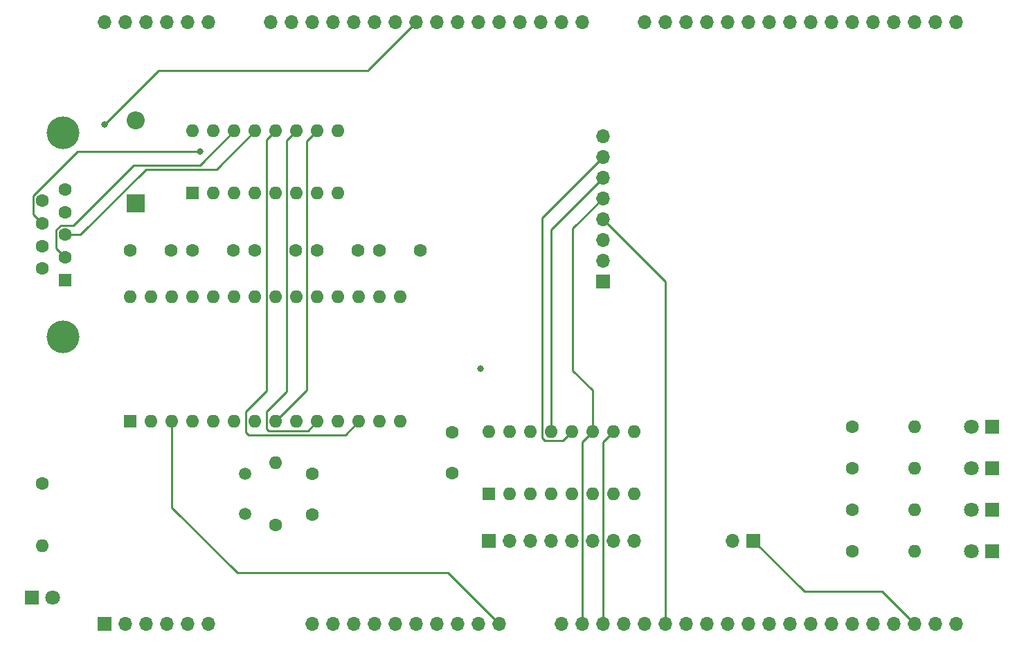
<source format=gbl>
G04 #@! TF.GenerationSoftware,KiCad,Pcbnew,7.0.8-7.0.8~ubuntu22.04.1*
G04 #@! TF.CreationDate,2023-11-11T15:49:16+10:00*
G04 #@! TF.ProjectId,IoBoard,496f426f-6172-4642-9e6b-696361645f70,rev?*
G04 #@! TF.SameCoordinates,Original*
G04 #@! TF.FileFunction,Copper,L4,Bot*
G04 #@! TF.FilePolarity,Positive*
%FSLAX46Y46*%
G04 Gerber Fmt 4.6, Leading zero omitted, Abs format (unit mm)*
G04 Created by KiCad (PCBNEW 7.0.8-7.0.8~ubuntu22.04.1) date 2023-11-11 15:49:16*
%MOMM*%
%LPD*%
G01*
G04 APERTURE LIST*
G04 #@! TA.AperFunction,ComponentPad*
%ADD10C,1.600000*%
G04 #@! TD*
G04 #@! TA.AperFunction,ComponentPad*
%ADD11R,1.700000X1.700000*%
G04 #@! TD*
G04 #@! TA.AperFunction,ComponentPad*
%ADD12O,1.700000X1.700000*%
G04 #@! TD*
G04 #@! TA.AperFunction,ComponentPad*
%ADD13C,1.500000*%
G04 #@! TD*
G04 #@! TA.AperFunction,ComponentPad*
%ADD14O,1.600000X1.600000*%
G04 #@! TD*
G04 #@! TA.AperFunction,ComponentPad*
%ADD15R,1.800000X1.800000*%
G04 #@! TD*
G04 #@! TA.AperFunction,ComponentPad*
%ADD16C,1.800000*%
G04 #@! TD*
G04 #@! TA.AperFunction,ComponentPad*
%ADD17R,2.200000X2.200000*%
G04 #@! TD*
G04 #@! TA.AperFunction,ComponentPad*
%ADD18O,2.200000X2.200000*%
G04 #@! TD*
G04 #@! TA.AperFunction,ComponentPad*
%ADD19R,1.600000X1.600000*%
G04 #@! TD*
G04 #@! TA.AperFunction,ComponentPad*
%ADD20C,4.000000*%
G04 #@! TD*
G04 #@! TA.AperFunction,ViaPad*
%ADD21C,0.800000*%
G04 #@! TD*
G04 #@! TA.AperFunction,Conductor*
%ADD22C,0.250000*%
G04 #@! TD*
G04 APERTURE END LIST*
D10*
X125015000Y-53975000D03*
X120015000Y-53975000D03*
D11*
X133350000Y-89535000D03*
D12*
X135890000Y-89535000D03*
X138430000Y-89535000D03*
X140970000Y-89535000D03*
X143510000Y-89535000D03*
X146050000Y-89535000D03*
X148590000Y-89535000D03*
X151130000Y-89535000D03*
D13*
X103535000Y-81370000D03*
X103535000Y-86270000D03*
D10*
X177800000Y-75565000D03*
D14*
X185420000Y-75565000D03*
D10*
X107315000Y-87630000D03*
D14*
X107315000Y-80010000D03*
D15*
X194945000Y-85725000D03*
D16*
X192405000Y-85725000D03*
D10*
X94535000Y-53975000D03*
X89535000Y-53975000D03*
X177800000Y-85725000D03*
D14*
X185420000Y-85725000D03*
D15*
X194945000Y-75565000D03*
D16*
X192405000Y-75565000D03*
D10*
X128905000Y-76240000D03*
X128905000Y-81240000D03*
X177800000Y-90805000D03*
D14*
X185420000Y-90805000D03*
D15*
X77470000Y-96520000D03*
D16*
X80010000Y-96520000D03*
D17*
X90170000Y-48260000D03*
D18*
X90170000Y-38100000D03*
D11*
X147320000Y-57785000D03*
D12*
X147320000Y-55245000D03*
X147320000Y-52705000D03*
X147320000Y-50165000D03*
X147320000Y-47625000D03*
X147320000Y-45085000D03*
X147320000Y-42545000D03*
X147320000Y-40005000D03*
D10*
X78740000Y-82550000D03*
D14*
X78740000Y-90170000D03*
D10*
X112395000Y-53975000D03*
X117395000Y-53975000D03*
D19*
X97155000Y-46990000D03*
D14*
X99695000Y-46990000D03*
X102235000Y-46990000D03*
X104775000Y-46990000D03*
X107315000Y-46990000D03*
X109855000Y-46990000D03*
X112395000Y-46990000D03*
X114935000Y-46990000D03*
X114935000Y-39370000D03*
X112395000Y-39370000D03*
X109855000Y-39370000D03*
X107315000Y-39370000D03*
X104775000Y-39370000D03*
X102235000Y-39370000D03*
X99695000Y-39370000D03*
X97155000Y-39370000D03*
D19*
X89545000Y-74935000D03*
D14*
X92085000Y-74935000D03*
X94625000Y-74935000D03*
X97165000Y-74935000D03*
X99705000Y-74935000D03*
X102245000Y-74935000D03*
X104785000Y-74935000D03*
X107325000Y-74935000D03*
X109865000Y-74935000D03*
X112405000Y-74935000D03*
X114945000Y-74935000D03*
X117485000Y-74935000D03*
X120025000Y-74935000D03*
X122565000Y-74935000D03*
X122565000Y-59695000D03*
X120025000Y-59695000D03*
X117485000Y-59695000D03*
X114945000Y-59695000D03*
X112405000Y-59695000D03*
X109865000Y-59695000D03*
X107325000Y-59695000D03*
X104785000Y-59695000D03*
X102245000Y-59695000D03*
X99705000Y-59695000D03*
X97165000Y-59695000D03*
X94625000Y-59695000D03*
X92085000Y-59695000D03*
X89545000Y-59695000D03*
D20*
X81280000Y-39580000D03*
X81280000Y-64580000D03*
D19*
X81580000Y-57620000D03*
D10*
X81580000Y-54850000D03*
X81580000Y-52080000D03*
X81580000Y-49310000D03*
X81580000Y-46540000D03*
X78740000Y-56235000D03*
X78740000Y-53465000D03*
X78740000Y-50695000D03*
X78740000Y-47925000D03*
X111760000Y-86360000D03*
X111760000Y-81360000D03*
X177800000Y-80645000D03*
D14*
X185420000Y-80645000D03*
D10*
X104775000Y-53975000D03*
X109775000Y-53975000D03*
D15*
X194945000Y-90805000D03*
D16*
X192405000Y-90805000D03*
D11*
X86360000Y-99695000D03*
D12*
X88900000Y-99695000D03*
X91440000Y-99695000D03*
X93980000Y-99695000D03*
X96520000Y-99695000D03*
X99060000Y-99695000D03*
X111760000Y-99695000D03*
X114300000Y-99695000D03*
X116840000Y-99695000D03*
X119380000Y-99695000D03*
X121920000Y-99695000D03*
X124460000Y-99695000D03*
X127000000Y-99695000D03*
X129540000Y-99695000D03*
X132080000Y-99695000D03*
X134620000Y-99695000D03*
X142240000Y-99695000D03*
X144780000Y-99695000D03*
X147320000Y-99695000D03*
X149860000Y-99695000D03*
X152400000Y-99695000D03*
X154940000Y-99695000D03*
X157480000Y-99695000D03*
X160020000Y-99695000D03*
X162560000Y-99695000D03*
X165100000Y-99695000D03*
X167640000Y-99695000D03*
X170180000Y-99695000D03*
X172720000Y-99695000D03*
X175260000Y-99695000D03*
X177800000Y-99695000D03*
X180340000Y-99695000D03*
X182880000Y-99695000D03*
X185420000Y-99695000D03*
X187960000Y-99695000D03*
X190500000Y-99695000D03*
X190500000Y-26035000D03*
X187960000Y-26035000D03*
X185420000Y-26035000D03*
X182880000Y-26035000D03*
X180340000Y-26035000D03*
X177800000Y-26035000D03*
X175260000Y-26035000D03*
X172720000Y-26035000D03*
X170180000Y-26035000D03*
X167640000Y-26035000D03*
X165100000Y-26035000D03*
X162560000Y-26035000D03*
X160020000Y-26035000D03*
X157480000Y-26035000D03*
X154940000Y-26035000D03*
X152400000Y-26035000D03*
X144780000Y-26035000D03*
X142240000Y-26035000D03*
X139700000Y-26035000D03*
X137160000Y-26035000D03*
X134620000Y-26035000D03*
X132080000Y-26035000D03*
X129540000Y-26035000D03*
X127000000Y-26035000D03*
X124460000Y-26035000D03*
X121920000Y-26035000D03*
X119380000Y-26035000D03*
X116840000Y-26035000D03*
X114300000Y-26035000D03*
X111760000Y-26035000D03*
X109220000Y-26035000D03*
X106680000Y-26035000D03*
X99060000Y-26035000D03*
X96520000Y-26035000D03*
X93980000Y-26035000D03*
X91440000Y-26035000D03*
X88900000Y-26035000D03*
X86360000Y-26035000D03*
D15*
X194945000Y-80645000D03*
D16*
X192405000Y-80645000D03*
D11*
X165735000Y-89535000D03*
D12*
X163195000Y-89535000D03*
D19*
X133350000Y-83820000D03*
D14*
X135890000Y-83820000D03*
X138430000Y-83820000D03*
X140970000Y-83820000D03*
X143510000Y-83820000D03*
X146050000Y-83820000D03*
X148590000Y-83820000D03*
X151130000Y-83820000D03*
X151130000Y-76200000D03*
X148590000Y-76200000D03*
X146050000Y-76200000D03*
X143510000Y-76200000D03*
X140970000Y-76200000D03*
X138430000Y-76200000D03*
X135890000Y-76200000D03*
X133350000Y-76200000D03*
D10*
X97155000Y-53975000D03*
X102155000Y-53975000D03*
D21*
X132334000Y-68453000D03*
X86360000Y-38608000D03*
X98044000Y-41910000D03*
D22*
X128397000Y-93472000D02*
X134620000Y-99695000D01*
X94625000Y-74935000D02*
X94625000Y-85481000D01*
X94625000Y-85481000D02*
X102616000Y-93472000D01*
X102616000Y-93472000D02*
X128397000Y-93472000D01*
X140970000Y-76200000D02*
X140970000Y-51435000D01*
X140970000Y-51435000D02*
X147320000Y-45085000D01*
X146050000Y-71120000D02*
X143637000Y-68707000D01*
X143637000Y-51308000D02*
X143637000Y-68707000D01*
X144780000Y-77470000D02*
X146050000Y-76200000D01*
X144780000Y-99695000D02*
X144780000Y-77470000D01*
X147320000Y-47625000D02*
X143637000Y-51308000D01*
X146050000Y-76200000D02*
X146050000Y-71120000D01*
X147320000Y-77470000D02*
X148590000Y-76200000D01*
X147320000Y-99695000D02*
X147320000Y-77470000D01*
X147320000Y-50165000D02*
X154940000Y-57785000D01*
X154940000Y-57785000D02*
X154940000Y-99695000D01*
X139845000Y-50020000D02*
X139845000Y-76980000D01*
X140190000Y-77325000D02*
X142385000Y-77325000D01*
X139845000Y-76980000D02*
X140190000Y-77325000D01*
X147320000Y-42545000D02*
X139845000Y-50020000D01*
X142385000Y-77325000D02*
X143510000Y-76200000D01*
X181483000Y-95758000D02*
X185420000Y-99695000D01*
X165735000Y-89535000D02*
X171958000Y-95758000D01*
X171958000Y-95758000D02*
X181483000Y-95758000D01*
X92964000Y-32004000D02*
X118618000Y-32004000D01*
X86360000Y-38608000D02*
X92964000Y-32004000D01*
X118618000Y-32004000D02*
X118618000Y-31877000D01*
X118618000Y-31877000D02*
X124460000Y-26035000D01*
X80455000Y-53725000D02*
X81580000Y-54850000D01*
X98044000Y-43561000D02*
X89916000Y-43561000D01*
X89916000Y-43561000D02*
X82522000Y-50955000D01*
X82522000Y-50955000D02*
X80998000Y-50955000D01*
X80455000Y-51498000D02*
X80455000Y-53725000D01*
X80998000Y-50955000D02*
X80455000Y-51498000D01*
X102235000Y-39370000D02*
X98044000Y-43561000D01*
X100076000Y-44069000D02*
X104775000Y-39370000D01*
X83429000Y-52080000D02*
X91440000Y-44069000D01*
X81580000Y-52080000D02*
X83429000Y-52080000D01*
X91440000Y-44069000D02*
X100076000Y-44069000D01*
X78740000Y-50695000D02*
X77615000Y-49570000D01*
X77615000Y-47353000D02*
X83058000Y-41910000D01*
X83058000Y-41910000D02*
X98044000Y-41910000D01*
X77615000Y-49570000D02*
X77615000Y-47353000D01*
X112395000Y-39370000D02*
X111125000Y-40640000D01*
X111125000Y-71135000D02*
X107325000Y-74935000D01*
X111125000Y-40640000D02*
X111125000Y-71135000D01*
X111267000Y-76073000D02*
X112405000Y-74935000D01*
X109855000Y-39370000D02*
X108650000Y-40575000D01*
X108650000Y-40575000D02*
X108650000Y-71247000D01*
X106426000Y-76073000D02*
X111267000Y-76073000D01*
X106200000Y-73697000D02*
X106200000Y-75847000D01*
X108650000Y-71247000D02*
X106200000Y-73697000D01*
X106200000Y-75847000D02*
X106426000Y-76073000D01*
X115839000Y-76581000D02*
X117485000Y-74935000D01*
X103660000Y-76228000D02*
X104013000Y-76581000D01*
X103660000Y-73759000D02*
X103660000Y-76228000D01*
X106190000Y-40495000D02*
X106190000Y-71229000D01*
X106190000Y-71229000D02*
X103660000Y-73759000D01*
X104013000Y-76581000D02*
X115839000Y-76581000D01*
X107315000Y-39370000D02*
X106190000Y-40495000D01*
M02*

</source>
